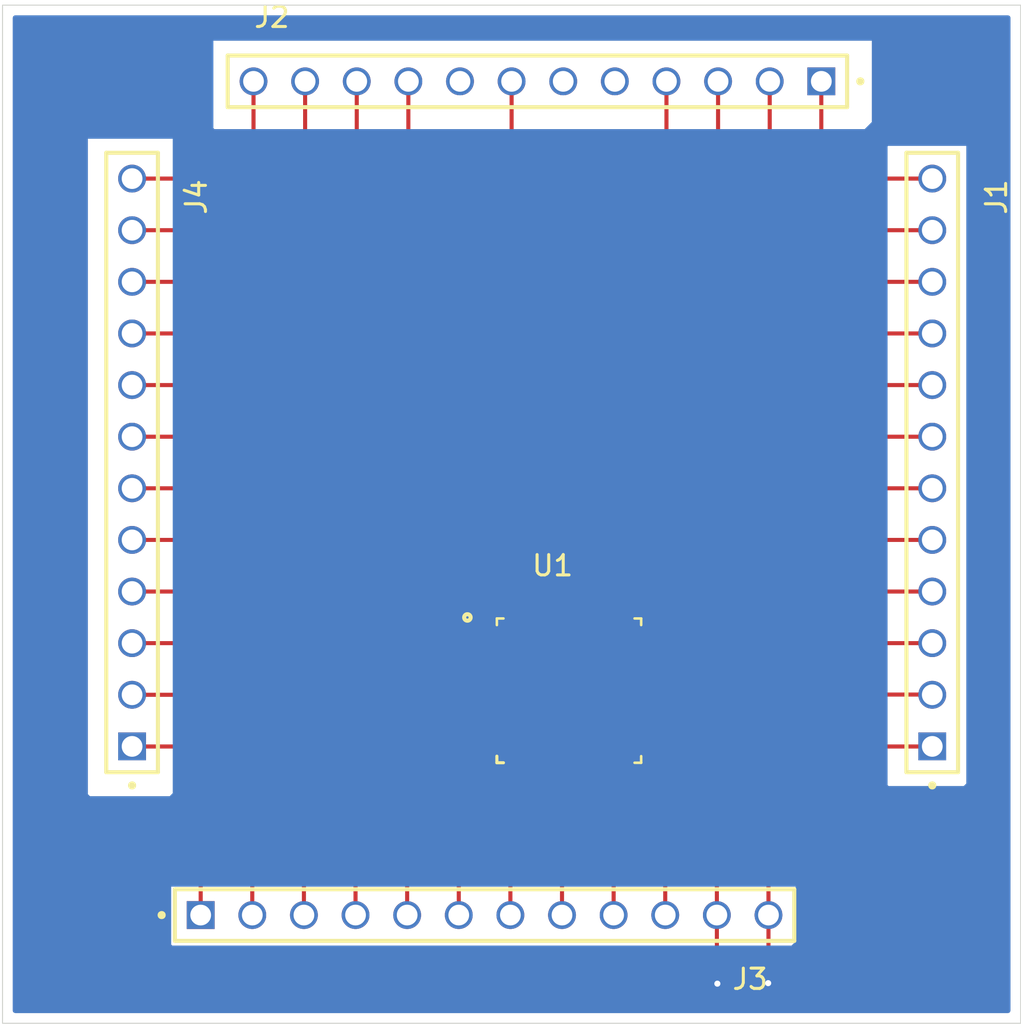
<source format=kicad_pcb>
(kicad_pcb (version 20240108) (generator "pcbnew") (generator_version "8.0")
  (layers (0 "F.Cu" signal) (31 "B.Cu" signal) (34 "B.Paste" user) (35 "F.Paste" user) (36 "B.SilkS" user "B.Silkscreen") (37 "F.SilkS" user "F.Silkscreen") (38 "B.Mask" user) (39 "F.Mask" user) (44 "Edge.Cuts" user))
  (net 0 "")
  (net 1 "Net-(U1-S17)")
  (net 2 "Net-(U1-A3)")
  (net 3 "Net-(U1-D)")
  (net 4 "Net-(U1-S2)")
  (net 5 "Net-(U1-S11)")
  (net 6 "Net-(U1-S20)")
  (net 7 "Net-(U1-A4)")
  (net 8 "Net-(U1-S24)")
  (net 9 "Net-(U1-S29)")
  (net 10 "Net-(J3-Pad01)")
  (net 11 "Net-(U1-S6)")
  (net 12 "Net-(U1-S30)")
  (net 13 "Net-(U1-S21)")
  (net 14 "Net-(U1-S13)")
  (net 15 "Net-(U1-S1)")
  (net 16 "Net-(U1-S19)")
  (net 17 "Net-(U1-S4)")
  (net 18 "GND")
  (net 19 "Net-(U1-S7)")
  (net 20 "Net-(U1-A0)")
  (net 21 "Net-(U1-S14)")
  (net 22 "Net-(U1-S12)")
  (net 23 "Net-(U1-S25)")
  (net 24 "Net-(U1-S26)")
  (net 25 "Net-(U1-S27)")
  (net 26 "Net-(U1-S15)")
  (net 27 "Net-(U1-~{EN})")
  (net 28 "Net-(U1-S22)")
  (net 29 "Net-(U1-S10)")
  (net 30 "Net-(U1-A2)")
  (net 31 "Net-(U1-S28)")
  (net 32 "Net-(U1-S5)")
  (net 33 "Net-(U1-A1)")
  (net 34 "Net-(U1-S16)")
  (net 35 "Net-(U1-S8)")
  (net 36 "Net-(U1-S3)")
  (net 37 "Net-(U1-~{CS})")
  (net 38 "Net-(U1-~{WR})")
  (net 39 "Net-(U1-S23)")
  (net 40 "Net-(U1-S18)")
  (net 41 "Net-(U1-S31)")
  (net 42 "Net-(U1-S9)")
  (net 46 "Net-(U1-S32)")
  (footprint "MTSW-112-X-X-S-X:SAMTEC_MTSW-112-X-X-S-X" (layer "F.Cu") (at 159.425 79.08 -90)
    (property "Reference" "J1" (at -13.065 -3.155 90) (layer "F.SilkS"))
    (property "Value" "MTSW-112-X-X-S-X")
    (fp_line (start -15.24 1.27) (end -15.24 -1.27) (stroke (width 0.2)) (layer "F.SilkS"))
    (fp_line (start 15.24 1.27) (end -15.24 1.27) (stroke (width 0.2)) (layer "F.SilkS"))
    (fp_line (start 15.24 -1.27) (end 15.24 1.27) (stroke (width 0.2)) (layer "F.SilkS"))
    (fp_line (start 15.24 -1.27) (end -15.24 -1.27) (stroke (width 0.2)) (layer "F.SilkS"))
    (fp_circle (center 15.89 0) (end 15.99 0) (stroke (width 0.2)) (fill none) (layer "F.SilkS"))
    (pad "01" thru_hole rect (at 13.97 0 270) (size 1.37 1.37) (drill 1.02) (layers "*.Cu" "*.Mask") (net 1 "Net-(U1-S17)"))
    (pad "02" thru_hole circle (at 11.43 0 270) (size 1.37 1.37) (drill 1.02) (layers "*.Cu" "*.Mask") (net 40 "Net-(U1-S18)"))
    (pad "03" thru_hole circle (at 8.89 0 270) (size 1.37 1.37) (drill 1.02) (layers "*.Cu" "*.Mask") (net 16 "Net-(U1-S19)"))
    (pad "04" thru_hole circle (at 6.35 0 270) (size 1.37 1.37) (drill 1.02) (layers "*.Cu" "*.Mask") (net 6 "Net-(U1-S20)"))
    (pad "05" thru_hole circle (at 3.81 0 270) (size 1.37 1.37) (drill 1.02) (layers "*.Cu" "*.Mask") (net 13 "Net-(U1-S21)"))
    (pad "06" thru_hole circle (at 1.27 0 270) (size 1.37 1.37) (drill 1.02) (layers "*.Cu" "*.Mask") (net 28 "Net-(U1-S22)"))
    (pad "07" thru_hole circle (at -1.27 0 270) (size 1.37 1.37) (drill 1.02) (layers "*.Cu" "*.Mask") (net 39 "Net-(U1-S23)"))
    (pad "08" thru_hole circle (at -3.81 0 270) (size 1.37 1.37) (drill 1.02) (layers "*.Cu" "*.Mask") (net 8 "Net-(U1-S24)"))
    (pad "09" thru_hole circle (at -6.35 0 270) (size 1.37 1.37) (drill 1.02) (layers "*.Cu" "*.Mask") (net 23 "Net-(U1-S25)"))
    (pad "10" thru_hole circle (at -8.89 0 270) (size 1.37 1.37) (drill 1.02) (layers "*.Cu" "*.Mask") (net 24 "Net-(U1-S26)"))
    (pad "11" thru_hole circle (at -11.43 0 270) (size 1.37 1.37) (drill 1.02) (layers "*.Cu" "*.Mask") (net 25 "Net-(U1-S27)"))
    (pad "12" thru_hole circle (at -13.97 0 270) (size 1.37 1.37) (drill 1.02) (layers "*.Cu" "*.Mask") (net 31 "Net-(U1-S28)"))
  )
  (footprint "ADG732BSUZ:QFP50P900X900X120-49N" (layer "F.Cu") (at 141.55 90.305)
    (property "Reference" "U1" (at -0.80868 -6.14793 0) (layer "F.SilkS"))
    (property "Value" "ADG732BSUZ")
    (fp_line (start -3.55 -3.55) (end -3.55 -3.2258) (stroke (width 0.127)) (layer "F.SilkS"))
    (fp_line (start -3.55 3.2258) (end -3.55 3.55) (stroke (width 0.1524)) (layer "F.SilkS"))
    (fp_line (start -3.55 3.55) (end -3.2258 3.55) (stroke (width 0.1524)) (layer "F.SilkS"))
    (fp_line (start -3.2258 -3.55) (end -3.55 -3.55) (stroke (width 0.127)) (layer "F.SilkS"))
    (fp_line (start 3.2258 3.55) (end 3.55 3.55) (stroke (width 0.127)) (layer "F.SilkS"))
    (fp_line (start 3.55 -3.55) (end 3.2258 -3.55) (stroke (width 0.127)) (layer "F.SilkS"))
    (fp_line (start 3.55 -3.2258) (end 3.55 -3.55) (stroke (width 0.127)) (layer "F.SilkS"))
    (fp_line (start 3.55 3.55) (end 3.55 3.2258) (stroke (width 0.127)) (layer "F.SilkS"))
    (fp_circle (center -5 -3.6) (end -4.84 -3.6) (stroke (width 0.2)) (fill none) (layer "F.SilkS"))
    (pad "1" smd roundrect (at -4.17 -2.75) (size 1.49 0.28) (layers "F.Cu" "F.Paste" "F.Mask") (net 22 "Net-(U1-S12)"))
    (pad "2" smd roundrect (at -4.17 -2.25) (size 1.49 0.28) (layers "F.Cu" "F.Paste" "F.Mask") (net 5 "Net-(U1-S11)"))
    (pad "3" smd roundrect (at -4.17 -1.75) (size 1.49 0.28) (layers "F.Cu" "F.Paste" "F.Mask") (net 29 "Net-(U1-S10)"))
    (pad "4" smd roundrect (at -4.17 -1.25) (size 1.49 0.28) (layers "F.Cu" "F.Paste" "F.Mask") (net 42 "Net-(U1-S9)"))
    (pad "5" smd roundrect (at -4.17 -0.75) (size 1.49 0.28) (layers "F.Cu" "F.Paste" "F.Mask") (net 35 "Net-(U1-S8)"))
    (pad "6" smd roundrect (at -4.17 -0.25) (size 1.49 0.28) (layers "F.Cu" "F.Paste" "F.Mask") (net 19 "Net-(U1-S7)"))
    (pad "7" smd roundrect (at -4.17 0.25) (size 1.49 0.28) (layers "F.Cu" "F.Paste" "F.Mask") (net 11 "Net-(U1-S6)"))
    (pad "8" smd roundrect (at -4.17 0.75) (size 1.49 0.28) (layers "F.Cu" "F.Paste" "F.Mask") (net 32 "Net-(U1-S5)"))
    (pad "9" smd roundrect (at -4.17 1.25) (size 1.49 0.28) (layers "F.Cu" "F.Paste" "F.Mask") (net 17 "Net-(U1-S4)"))
    (pad "10" smd roundrect (at -4.17 1.75) (size 1.49 0.28) (layers "F.Cu" "F.Paste" "F.Mask") (net 36 "Net-(U1-S3)"))
    (pad "11" smd roundrect (at -4.17 2.25) (size 1.49 0.28) (layers "F.Cu" "F.Paste" "F.Mask") (net 4 "Net-(U1-S2)"))
    (pad "12" smd roundrect (at -4.17 2.75) (size 1.49 0.28) (layers "F.Cu" "F.Paste" "F.Mask") (net 15 "Net-(U1-S1)"))
    (pad "13" smd roundrect (at -2.75 4.17) (size 0.28 1.49) (layers "F.Cu" "F.Paste" "F.Mask") (net 10 "Net-(J3-Pad01)"))
    (pad "14" smd roundrect (at -2.25 4.17) (size 0.28 1.49) (layers "F.Cu" "F.Paste" "F.Mask") (net 10 "Net-(J3-Pad01)"))
    (pad "15" smd roundrect (at -1.75 4.17) (size 0.28 1.49) (layers "F.Cu" "F.Paste" "F.Mask") (net 20 "Net-(U1-A0)"))
    (pad "16" smd roundrect (at -1.25 4.17) (size 0.28 1.49) (layers "F.Cu" "F.Paste" "F.Mask") (net 33 "Net-(U1-A1)"))
    (pad "17" smd roundrect (at -0.75 4.17) (size 0.28 1.49) (layers "F.Cu" "F.Paste" "F.Mask") (net 30 "Net-(U1-A2)"))
    (pad "18" smd roundrect (at -0.25 4.17) (size 0.28 1.49) (layers "F.Cu" "F.Paste" "F.Mask") (net 2 "Net-(U1-A3)"))
    (pad "19" smd roundrect (at 0.25 4.17) (size 0.28 1.49) (layers "F.Cu" "F.Paste" "F.Mask") (net 7 "Net-(U1-A4)"))
    (pad "20" smd roundrect (at 0.75 4.17) (size 0.28 1.49) (layers "F.Cu" "F.Paste" "F.Mask") (net 37 "Net-(U1-~{CS})"))
    (pad "21" smd roundrect (at 1.25 4.17) (size 0.28 1.49) (layers "F.Cu" "F.Paste" "F.Mask") (net 38 "Net-(U1-~{WR})"))
    (pad "22" smd roundrect (at 1.75 4.17) (size 0.28 1.49) (layers "F.Cu" "F.Paste" "F.Mask") (net 27 "Net-(U1-~{EN})"))
    (pad "23" smd roundrect (at 2.25 4.17) (size 0.28 1.49) (layers "F.Cu" "F.Paste" "F.Mask") (net 18 "GND"))
    (pad "24" smd roundrect (at 2.75 4.17) (size 0.28 1.49) (layers "F.Cu" "F.Paste" "F.Mask") (net 18 "GND"))
    (pad "25" smd roundrect (at 4.17 2.75) (size 1.49 0.28) (layers "F.Cu" "F.Paste" "F.Mask") (net 1 "Net-(U1-S17)"))
    (pad "26" smd roundrect (at 4.17 2.25) (size 1.49 0.28) (layers "F.Cu" "F.Paste" "F.Mask") (net 40 "Net-(U1-S18)"))
    (pad "27" smd roundrect (at 4.17 1.75) (size 1.49 0.28) (layers "F.Cu" "F.Paste" "F.Mask") (net 16 "Net-(U1-S19)"))
    (pad "28" smd roundrect (at 4.17 1.25) (size 1.49 0.28) (layers "F.Cu" "F.Paste" "F.Mask") (net 6 "Net-(U1-S20)"))
    (pad "29" smd roundrect (at 4.17 0.75) (size 1.49 0.28) (layers "F.Cu" "F.Paste" "F.Mask") (net 13 "Net-(U1-S21)"))
    (pad "30" smd roundrect (at 4.17 0.25) (size 1.49 0.28) (layers "F.Cu" "F.Paste" "F.Mask") (net 28 "Net-(U1-S22)"))
    (pad "31" smd roundrect (at 4.17 -0.25) (size 1.49 0.28) (layers "F.Cu" "F.Paste" "F.Mask") (net 39 "Net-(U1-S23)"))
    (pad "32" smd roundrect (at 4.17 -0.75) (size 1.49 0.28) (layers "F.Cu" "F.Paste" "F.Mask") (net 8 "Net-(U1-S24)"))
    (pad "33" smd roundrect (at 4.17 -1.25) (size 1.49 0.28) (layers "F.Cu" "F.Paste" "F.Mask") (net 23 "Net-(U1-S25)"))
    (pad "34" smd roundrect (at 4.17 -1.75) (size 1.49 0.28) (layers "F.Cu" "F.Paste" "F.Mask") (net 24 "Net-(U1-S26)"))
    (pad "35" smd roundrect (at 4.17 -2.25) (size 1.49 0.28) (layers "F.Cu" "F.Paste" "F.Mask") (net 25 "Net-(U1-S27)"))
    (pad "36" smd roundrect (at 4.17 -2.75) (size 1.49 0.28) (layers "F.Cu" "F.Paste" "F.Mask") (net 31 "Net-(U1-S28)"))
    (pad "37" smd roundrect (at 2.75 -4.17) (size 0.28 1.49) (layers "F.Cu" "F.Paste" "F.Mask") (net 9 "Net-(U1-S29)"))
    (pad "38" smd roundrect (at 2.25 -4.17) (size 0.28 1.49) (layers "F.Cu" "F.Paste" "F.Mask") (net 12 "Net-(U1-S30)"))
    (pad "39" smd roundrect (at 1.75 -4.17) (size 0.28 1.49) (layers "F.Cu" "F.Paste" "F.Mask") (net 41 "Net-(U1-S31)"))
    (pad "40" smd roundrect (at 1.25 -4.17) (size 0.28 1.49) (layers "F.Cu" "F.Paste" "F.Mask") (net 46 "Net-(U1-S32)"))
    (pad "41" smd roundrect (at 0.75 -4.17) (size 0.28 1.49) (layers "F.Cu" "F.Paste" "F.Mask"))
    (pad "42" smd roundrect (at 0.25 -4.17) (size 0.28 1.49) (layers "F.Cu" "F.Paste" "F.Mask"))
    (pad "43" smd roundrect (at -0.25 -4.17) (size 0.28 1.49) (layers "F.Cu" "F.Paste" "F.Mask") (net 3 "Net-(U1-D)"))
    (pad "44" smd roundrect (at -0.75 -4.17) (size 0.28 1.49) (layers "F.Cu" "F.Paste" "F.Mask"))
    (pad "45" smd roundrect (at -1.25 -4.17) (size 0.28 1.49) (layers "F.Cu" "F.Paste" "F.Mask") (net 34 "Net-(U1-S16)"))
    (pad "46" smd roundrect (at -1.75 -4.17) (size 0.28 1.49) (layers "F.Cu" "F.Paste" "F.Mask") (net 26 "Net-(U1-S15)"))
    (pad "47" smd roundrect (at -2.25 -4.17) (size 0.28 1.49) (layers "F.Cu" "F.Paste" "F.Mask") (net 21 "Net-(U1-S14)"))
    (pad "48" smd roundrect (at -2.75 -4.17) (size 0.28 1.49) (layers "F.Cu" "F.Paste" "F.Mask") (net 14 "Net-(U1-S13)"))
  )
  (footprint "MTSW-112-X-X-S-X:SAMTEC_MTSW-112-X-X-S-X" (layer "F.Cu") (at 120.05 79.08 -90)
    (property "Reference" "J4" (at -13.065 -3.155 90) (layer "F.SilkS"))
    (property "Value" "MTSW-112-X-X-S-X")
    (fp_line (start -15.24 1.27) (end -15.24 -1.27) (stroke (width 0.2)) (layer "F.SilkS"))
    (fp_line (start 15.24 1.27) (end -15.24 1.27) (stroke (width 0.2)) (layer "F.SilkS"))
    (fp_line (start 15.24 -1.27) (end 15.24 1.27) (stroke (width 0.2)) (layer "F.SilkS"))
    (fp_line (start 15.24 -1.27) (end -15.24 -1.27) (stroke (width 0.2)) (layer "F.SilkS"))
    (fp_circle (center 15.89 0) (end 15.99 0) (stroke (width 0.2)) (fill none) (layer "F.SilkS"))
    (pad "01" thru_hole rect (at 13.97 0 270) (size 1.37 1.37) (drill 1.02) (layers "*.Cu" "*.Mask") (net 15 "Net-(U1-S1)"))
    (pad "02" thru_hole circle (at 11.43 0 270) (size 1.37 1.37) (drill 1.02) (layers "*.Cu" "*.Mask") (net 4 "Net-(U1-S2)"))
    (pad "03" thru_hole circle (at 8.89 0 270) (size 1.37 1.37) (drill 1.02) (layers "*.Cu" "*.Mask") (net 36 "Net-(U1-S3)"))
    (pad "04" thru_hole circle (at 6.35 0 270) (size 1.37 1.37) (drill 1.02) (layers "*.Cu" "*.Mask") (net 17 "Net-(U1-S4)"))
    (pad "05" thru_hole circle (at 3.81 0 270) (size 1.37 1.37) (drill 1.02) (layers "*.Cu" "*.Mask") (net 32 "Net-(U1-S5)"))
    (pad "06" thru_hole circle (at 1.27 0 270) (size 1.37 1.37) (drill 1.02) (layers "*.Cu" "*.Mask") (net 11 "Net-(U1-S6)"))
    (pad "07" thru_hole circle (at -1.27 0 270) (size 1.37 1.37) (drill 1.02) (layers "*.Cu" "*.Mask") (net 19 "Net-(U1-S7)"))
    (pad "08" thru_hole circle (at -3.81 0 270) (size 1.37 1.37) (drill 1.02) (layers "*.Cu" "*.Mask") (net 35 "Net-(U1-S8)"))
    (pad "09" thru_hole circle (at -6.35 0 270) (size 1.37 1.37) (drill 1.02) (layers "*.Cu" "*.Mask") (net 42 "Net-(U1-S9)"))
    (pad "10" thru_hole circle (at -8.89 0 270) (size 1.37 1.37) (drill 1.02) (layers "*.Cu" "*.Mask") (net 29 "Net-(U1-S10)"))
    (pad "11" thru_hole circle (at -11.43 0 270) (size 1.37 1.37) (drill 1.02) (layers "*.Cu" "*.Mask") (net 5 "Net-(U1-S11)"))
    (pad "12" thru_hole circle (at -13.97 0 270) (size 1.37 1.37) (drill 1.02) (layers "*.Cu" "*.Mask") (net 22 "Net-(U1-S12)"))
  )
  (footprint "MTSW-112-X-X-S-X:SAMTEC_MTSW-112-X-X-S-X" (layer "F.Cu") (at 139.995 60.325)
    (property "Reference" "J2" (at -13.065 -3.155 0) (layer "F.SilkS"))
    (property "Value" "MTSW-112-X-X-S-X")
    (fp_line (start -15.24 1.27) (end -15.24 -1.27) (stroke (width 0.2)) (layer "F.SilkS"))
    (fp_line (start 15.24 -1.27) (end -15.24 -1.27) (stroke (width 0.2)) (layer "F.SilkS"))
    (fp_line (start 15.24 -1.27) (end 15.24 1.27) (stroke (width 0.2)) (layer "F.SilkS"))
    (fp_line (start 15.24 1.27) (end -15.24 1.27) (stroke (width 0.2)) (layer "F.SilkS"))
    (fp_circle (center 15.89 0) (end 15.99 0) (stroke (width 0.2)) (fill none) (layer "F.SilkS"))
    (pad "01" thru_hole rect (at 13.97 0) (size 1.37 1.37) (drill 1.02) (layers "*.Cu" "*.Mask") (net 9 "Net-(U1-S29)"))
    (pad "02" thru_hole circle (at 11.43 0) (size 1.37 1.37) (drill 1.02) (layers "*.Cu" "*.Mask") (net 12 "Net-(U1-S30)"))
    (pad "03" thru_hole circle (at 8.89 0) (size 1.37 1.37) (drill 1.02) (layers "*.Cu" "*.Mask") (net 41 "Net-(U1-S31)"))
    (pad "04" thru_hole circle (at 6.35 0) (size 1.37 1.37) (drill 1.02) (layers "*.Cu" "*.Mask") (net 46 "Net-(U1-S32)"))
    (pad "05" thru_hole circle (at 3.81 0) (size 1.37 1.37) (drill 1.02) (layers "*.Cu" "*.Mask"))
    (pad "06" thru_hole circle (at 1.27 0) (size 1.37 1.37) (drill 1.02) (layers "*.Cu" "*.Mask"))
    (pad "07" thru_hole circle (at -1.27 0) (size 1.37 1.37) (drill 1.02) (layers "*.Cu" "*.Mask") (net 3 "Net-(U1-D)"))
    (pad "08" thru_hole circle (at -3.81 0) (size 1.37 1.37) (drill 1.02) (layers "*.Cu" "*.Mask"))
    (pad "09" thru_hole circle (at -6.35 0) (size 1.37 1.37) (drill 1.02) (layers "*.Cu" "*.Mask") (net 34 "Net-(U1-S16)"))
    (pad "10" thru_hole circle (at -8.89 0) (size 1.37 1.37) (drill 1.02) (layers "*.Cu" "*.Mask") (net 26 "Net-(U1-S15)"))
    (pad "11" thru_hole circle (at -11.43 0) (size 1.37 1.37) (drill 1.02) (layers "*.Cu" "*.Mask") (net 21 "Net-(U1-S14)"))
    (pad "12" thru_hole circle (at -13.97 0) (size 1.37 1.37) (drill 1.02) (layers "*.Cu" "*.Mask") (net 14 "Net-(U1-S13)"))
  )
  (footprint "MTSW-112-X-X-S-X:SAMTEC_MTSW-112-X-X-S-X" (layer "F.Cu") (at 137.395 101.35 180)
    (property "Reference" "J3" (at -13.065 -3.155 0) (layer "F.SilkS"))
    (property "Value" "MTSW-112-X-X-S-X")
    (fp_line (start 15.24 1.27) (end -15.24 1.27) (stroke (width 0.2)) (layer "F.SilkS"))
    (fp_line (start 15.24 -1.27) (end 15.24 1.27) (stroke (width 0.2)) (layer "F.SilkS"))
    (fp_line (start 15.24 -1.27) (end -15.24 -1.27) (stroke (width 0.2)) (layer "F.SilkS"))
    (fp_line (start -15.24 1.27) (end -15.24 -1.27) (stroke (width 0.2)) (layer "F.SilkS"))
    (fp_circle (center 15.89 0) (end 15.99 0) (stroke (width 0.2)) (fill none) (layer "F.SilkS"))
    (pad "01" thru_hole rect (at 13.97 0 180) (size 1.37 1.37) (drill 1.02) (layers "*.Cu" "*.Mask") (net 10 "Net-(J3-Pad01)"))
    (pad "02" thru_hole circle (at 11.43 0 180) (size 1.37 1.37) (drill 1.02) (layers "*.Cu" "*.Mask") (net 10 "Net-(J3-Pad01)"))
    (pad "03" thru_hole circle (at 8.89 0 180) (size 1.37 1.37) (drill 1.02) (layers "*.Cu" "*.Mask") (net 20 "Net-(U1-A0)"))
    (pad "04" thru_hole circle (at 6.35 0 180) (size 1.37 1.37) (drill 1.02) (layers "*.Cu" "*.Mask") (net 33 "Net-(U1-A1)"))
    (pad "05" thru_hole circle (at 3.81 0 180) (size 1.37 1.37) (drill 1.02) (layers "*.Cu" "*.Mask") (net 30 "Net-(U1-A2)"))
    (pad "06" thru_hole circle (at 1.27 0 180) (size 1.37 1.37) (drill 1.02) (layers "*.Cu" "*.Mask") (net 2 "Net-(U1-A3)"))
    (pad "07" thru_hole circle (at -1.27 0 180) (size 1.37 1.37) (drill 1.02) (layers "*.Cu" "*.Mask") (net 7 "Net-(U1-A4)"))
    (pad "08" thru_hole circle (at -3.81 0 180) (size 1.37 1.37) (drill 1.02) (layers "*.Cu" "*.Mask") (net 37 "Net-(U1-~{CS})"))
    (pad "09" thru_hole circle (at -6.35 0 180) (size 1.37 1.37) (drill 1.02) (layers "*.Cu" "*.Mask") (net 38 "Net-(U1-~{WR})"))
    (pad "10" thru_hole circle (at -8.89 0 180) (size 1.37 1.37) (drill 1.02) (layers "*.Cu" "*.Mask") (net 27 "Net-(U1-~{EN})"))
    (pad "11" thru_hole circle (at -11.43 0 180) (size 1.37 1.37) (drill 1.02) (layers "*.Cu" "*.Mask") (net 18 "GND"))
    (pad "12" thru_hole circle (at -13.97 0 180) (size 1.37 1.37) (drill 1.02) (layers "*.Cu" "*.Mask") (net 18 "GND"))
  )
  (gr_rect (start 113.675 56.575) (end 163.775 106.675) (stroke (width 0.05)) (fill none) (layer "Edge.Cuts"))
  (segment (start 145.72 93.055) (end 159.42 93.055) (width 0.2) (layer "F.Cu") (net 1))
  (segment (start 141.3 96.5) (end 141.3 94.475) (width 0.2) (layer "F.Cu") (net 2))
  (segment (start 136.125 101.35) (end 136.125 99.05) (width 0.2) (layer "F.Cu") (net 2))
  (segment (start 136.125 99.05) (end 138.75 99.05) (width 0.2) (layer "F.Cu") (net 2))
  (segment (start 138.75 99.05) (end 141.3 96.5) (width 0.2) (layer "F.Cu") (net 2))
  (segment (start 138.725 68.05) (end 138.725 60.325) (width 0.2) (layer "F.Cu") (net 3))
  (segment (start 141.3 70.625) (end 138.725 68.05) (width 0.2) (layer "F.Cu") (net 3))
  (segment (start 141.3 86.135) (end 141.3 70.625) (width 0.2) (layer "F.Cu") (net 3))
  (segment (start 137.38 92.555) (end 124.855 92.555) (width 0.2) (layer "F.Cu") (net 4))
  (segment (start 122.74 90.51) (end 120.05 90.51) (width 0.2) (layer "F.Cu") (net 4))
  (segment (start 122.775 90.475) (end 122.74 90.51) (width 0.2) (layer "F.Cu") (net 4))
  (segment (start 124.855 92.555) (end 122.775 90.475) (width 0.2) (layer "F.Cu") (net 4))
  (segment (start 137.38 88.055) (end 135.93 88.055) (width 0.2) (layer "F.Cu") (net 5))
  (segment (start 130.35 75.225) (end 122.775 67.65) (width 0.2) (layer "F.Cu") (net 5))
  (segment (start 130.35 82.475) (end 130.35 75.225) (width 0.2) (layer "F.Cu") (net 5))
  (segment (start 122.775 67.65) (end 120.05 67.65) (width 0.2) (layer "F.Cu") (net 5))
  (segment (start 135.93 88.055) (end 130.35 82.475) (width 0.2) (layer "F.Cu") (net 5))
  (segment (start 150.945 91.555) (end 145.72 91.555) (width 0.2) (layer "F.Cu") (net 6))
  (segment (start 157.07 85.43) (end 150.945 91.555) (width 0.2) (layer "F.Cu") (net 6))
  (segment (start 159.425 85.43) (end 157.07 85.43) (width 0.2) (layer "F.Cu") (net 6))
  (segment (start 141.8 96.675) (end 141.8 94.475) (width 0.2) (layer "F.Cu") (net 7))
  (segment (start 138.665 101.35) (end 138.665 99.81) (width 0.2) (layer "F.Cu") (net 7))
  (segment (start 138.665 99.81) (end 141.8 96.675) (width 0.2) (layer "F.Cu") (net 7))
  (segment (start 152.875 85.025) (end 152.875 78.25) (width 0.2) (layer "F.Cu") (net 8))
  (segment (start 148.345 89.555) (end 152.875 85.025) (width 0.2) (layer "F.Cu") (net 8))
  (segment (start 145.72 89.555) (end 148.345 89.555) (width 0.2) (layer "F.Cu") (net 8))
  (segment (start 152.875 78.25) (end 155.855 75.27) (width 0.2) (layer "F.Cu") (net 8))
  (segment (start 155.855 75.27) (end 159.425 75.27) (width 0.2) (layer "F.Cu") (net 8))
  (segment (start 153.965 63.185) (end 144.3 72.85) (width 0.2) (layer "F.Cu") (net 9))
  (segment (start 144.3 72.85) (end 144.3 86.135) (width 0.2) (layer "F.Cu") (net 9))
  (segment (start 153.965 60.325) (end 153.965 63.185) (width 0.2) (layer "F.Cu") (net 9))
  (segment (start 125.975 96.95) (end 123.425 96.95) (width 0.2) (layer "F.Cu") (net 10))
  (segment (start 137.55 96.95) (end 138.225 96.95) (width 0.2) (layer "F.Cu") (net 10))
  (segment (start 125.965 96.96) (end 125.965 101.35) (width 0.2) (layer "F.Cu") (net 10))
  (segment (start 137.55 96.95) (end 125.975 96.95) (width 0.2) (layer "F.Cu") (net 10))
  (segment (start 123.425 96.95) (end 123.425 101.35) (width 0.2) (layer "F.Cu") (net 10))
  (segment (start 138.225 96.95) (end 139.3 95.875) (width 0.2) (layer "F.Cu") (net 10))
  (segment (start 138.8 94.475) (end 138.8 95.7) (width 0.2) (layer "F.Cu") (net 10))
  (segment (start 125.975 96.95) (end 125.965 96.96) (width 0.2) (layer "F.Cu") (net 10))
  (segment (start 138.8 95.7) (end 137.55 96.95) (width 0.2) (layer "F.Cu") (net 10))
  (segment (start 139.3 94.475) (end 139.3 95.875) (width 0.2) (layer "F.Cu") (net 10))
  (segment (start 120.05 80.35) (end 123.05 80.35) (width 0.2) (layer "F.Cu") (net 11))
  (segment (start 131.78 90.555) (end 123.825 82.6) (width 0.2) (layer "F.Cu") (net 11))
  (segment (start 123.05 80.35) (end 123.825 81.125) (width 0.2) (layer "F.Cu") (net 11))
  (segment (start 123.825 81.125) (end 123.825 82.6) (width 0.2) (layer "F.Cu") (net 11))
  (segment (start 137.38 90.555) (end 131.78 90.555) (width 0.2) (layer "F.Cu") (net 11))
  (segment (start 143.8 71.2) (end 143.8 86.135) (width 0.2) (layer "F.Cu") (net 12))
  (segment (start 151.425 60.325) (end 151.425 63.475) (width 0.2) (layer "F.Cu") (net 12))
  (segment (start 151.475 63.525) (end 143.8 71.2) (width 0.2) (layer "F.Cu") (net 12))
  (segment (start 151.425 63.475) (end 151.475 63.525) (width 0.2) (layer "F.Cu") (net 12))
  (segment (start 145.72 91.055) (end 149.97 91.055) (width 0.2) (layer "F.Cu") (net 13))
  (segment (start 149.97 91.055) (end 156.275 84.75) (width 0.2) (layer "F.Cu") (net 13))
  (segment (start 156.275 84.75) (end 156.275 82.975) (width 0.2) (layer "F.Cu") (net 13))
  (segment (start 156.275 82.975) (end 156.36 82.89) (width 0.2) (layer "F.Cu") (net 13))
  (segment (start 156.36 82.89) (end 159.425 82.89) (width 0.2) (layer "F.Cu") (net 13))
  (segment (start 138.8 86.135) (end 138.8 76.275) (width 0.2) (layer "F.Cu") (net 14))
  (segment (start 138.8 76.275) (end 126.025 63.5) (width 0.2) (layer "F.Cu") (net 14))
  (segment (start 126.025 63.5) (end 126.025 60.925) (width 0.2) (layer "F.Cu") (net 14))
  (segment (start 120.055 93.055) (end 120.05 93.05) (width 0.2) (layer "F.Cu") (net 15))
  (segment (start 137.38 93.055) (end 120.055 93.055) (width 0.2) (layer "F.Cu") (net 15))
  (segment (start 152.8 92.05) (end 152.795 92.055) (width 0.2) (layer "F.Cu") (net 16))
  (segment (start 157.03 87.97) (end 152.95 92.05) (width 0.2) (layer "F.Cu") (net 16))
  (segment (start 152.95 92.05) (end 152.8 92.05) (width 0.2) (layer "F.Cu") (net 16))
  (segment (start 159.425 87.97) (end 157.03 87.97) (width 0.2) (layer "F.Cu") (net 16))
  (segment (start 152.795 92.055) (end 145.72 92.055) (width 0.2) (layer "F.Cu") (net 16))
  (segment (start 137.38 91.555) (end 128.255 91.555) (width 0.2) (layer "F.Cu") (net 17))
  (segment (start 122.13 85.43) (end 120.05 85.43) (width 0.2) (layer "F.Cu") (net 17))
  (segment (start 128.255 91.555) (end 122.13 85.43) (width 0.2) (layer "F.Cu") (net 17))
  (segment (start 151.365 101.35) (end 151.365 104.685) (width 0.2) (layer "F.Cu") (net 18))
  (segment (start 148 98.625) (end 148.825 99.45) (width 0.2) (layer "F.Cu") (net 18))
  (segment (start 151.365 104.685) (end 151.35 104.7) (width 0.2) (layer "F.Cu") (net 18))
  (segment (start 143.8 95.9) (end 146.525 98.625) (width 0.2) (layer "F.Cu") (net 18))
  (segment (start 144.3 94.475) (end 144.3 95.375) (width 0.2) (layer "F.Cu") (net 18))
  (segment (start 151.365 98.76) (end 151.365 101.35) (width 0.2) (layer "F.Cu") (net 18))
  (segment (start 148.825 99.45) (end 148.825 101.35) (width 0.2) (layer "F.Cu") (net 18))
  (segment (start 148.825 104.7) (end 148.85 104.725) (width 0.2) (layer "F.Cu") (net 18))
  (segment (start 151.375 98.75) (end 151.365 98.76) (width 0.2) (layer "F.Cu") (net 18))
  (segment (start 143.8 94.475) (end 143.8 95.9) (width 0.2) (layer "F.Cu") (net 18))
  (segment (start 144.3 95.375) (end 146.825 97.9) (width 0.2) (layer "F.Cu") (net 18))
  (segment (start 148.825 101.35) (end 148.825 104.7) (width 0.2) (layer "F.Cu") (net 18))
  (segment (start 146.525 98.625) (end 148 98.625) (width 0.2) (layer "F.Cu") (net 18))
  (segment (start 146.825 97.9) (end 150.525 97.9) (width 0.2) (layer "F.Cu") (net 18))
  (segment (start 150.525 97.9) (end 151.375 98.75) (width 0.2) (layer "F.Cu") (net 18))
  (via (at 151.35 104.7) (size 0.6) (drill 0.3) (layers "F.Cu" "B.Cu") (net 18))
  (via (at 148.85 104.725) (size 0.6) (drill 0.3) (layers "F.Cu" "B.Cu") (net 18))
  (segment (start 125.4 82.575) (end 132.88 90.055) (width 0.2) (layer "F.Cu") (net 19))
  (segment (start 122.935 77.81) (end 125.4 80.275) (width 0.2) (layer "F.Cu") (net 19))
  (segment (start 125.4 80.275) (end 125.4 82.575) (width 0.2) (layer "F.Cu") (net 19))
  (segment (start 132.88 90.055) (end 137.38 90.055) (width 0.2) (layer "F.Cu") (net 19))
  (segment (start 120.05 77.81) (end 122.935 77.81) (width 0.2) (layer "F.Cu") (net 19))
  (segment (start 128.505 97.83) (end 128.505 101.35) (width 0.2) (layer "F.Cu") (net 20))
  (segment (start 128.5 97.825) (end 128.505 97.83) (width 0.2) (layer "F.Cu") (net 20))
  (segment (start 139.8 96.05) (end 138.225 97.625) (width 0.2) (layer "F.Cu") (net 20))
  (segment (start 138.225 97.625) (end 128.5 97.625) (width 0.2) (layer "F.Cu") (net 20))
  (segment (start 128.5 97.625) (end 128.5 97.825) (width 0.2) (layer "F.Cu") (net 20))
  (segment (start 139.8 94.475) (end 139.8 96.05) (width 0.2) (layer "F.Cu") (net 20))
  (segment (start 139.3 86.135) (end 139.3 76.2) (width 0.2) (layer "F.Cu") (net 21))
  (segment (start 139.3 76.2) (end 128.565 65.465) (width 0.2) (layer "F.Cu") (net 21))
  (segment (start 128.565 65.465) (end 128.565 60.325) (width 0.2) (layer "F.Cu") (net 21))
  (segment (start 131.15 73.4) (end 122.86 65.11) (width 0.2) (layer "F.Cu") (net 22))
  (segment (start 137.38 87.555) (end 136.43 87.555) (width 0.2) (layer "F.Cu") (net 22))
  (segment (start 136.43 87.555) (end 131.15 82.275) (width 0.2) (layer "F.Cu") (net 22))
  (segment (start 131.15 82.275) (end 131.15 73.4) (width 0.2) (layer "F.Cu") (net 22))
  (segment (start 122.86 65.11) (end 120.05 65.11) (width 0.2) (layer "F.Cu") (net 22))
  (segment (start 152.075 84.975) (end 152.075 76.35) (width 0.2) (layer "F.Cu") (net 23))
  (segment (start 155.675 72.75) (end 155.825 72.75) (width 0.2) (layer "F.Cu") (net 23))
  (segment (start 155.845 72.73) (end 159.425 72.73) (width 0.2) (layer "F.Cu") (net 23))
  (segment (start 152.075 76.35) (end 155.675 72.75) (width 0.2) (layer "F.Cu") (net 23))
  (segment (start 145.72 89.055) (end 147.995 89.055) (width 0.2) (layer "F.Cu") (net 23))
  (segment (start 155.825 72.75) (end 155.845 72.73) (width 0.2) (layer "F.Cu") (net 23))
  (segment (start 147.995 89.055) (end 152.075 84.975) (width 0.2) (layer "F.Cu") (net 23))
  (segment (start 145.72 88.555) (end 147.77 88.555) (width 0.2) (layer "F.Cu") (net 24))
  (segment (start 151.375 74.85) (end 156.035 70.19) (width 0.2) (layer "F.Cu") (net 24))
  (segment (start 156.035 70.19) (end 159.425 70.19) (width 0.2) (layer "F.Cu") (net 24))
  (segment (start 147.77 88.555) (end 151.375 84.95) (width 0.2) (layer "F.Cu") (net 24))
  (segment (start 151.375 84.95) (end 151.375 74.85) (width 0.2) (layer "F.Cu") (net 24))
  (segment (start 156.525 67.65) (end 159.425 67.65) (width 0.2) (layer "F.Cu") (net 25))
  (segment (start 150.575 73.6) (end 156.525 67.65) (width 0.2) (layer "F.Cu") (net 25))
  (segment (start 147.52 88.055) (end 150.575 85) (width 0.2) (layer "F.Cu") (net 25))
  (segment (start 150.575 85) (end 150.575 73.6) (width 0.2) (layer "F.Cu") (net 25))
  (segment (start 145.72 88.055) (end 147.52 88.055) (width 0.2) (layer "F.Cu") (net 25))
  (segment (start 131.105 67.37) (end 139.8 76.065) (width 0.2) (layer "F.Cu") (net 26))
  (segment (start 139.8 76.065) (end 139.8 86.135) (width 0.2) (layer "F.Cu") (net 26))
  (segment (start 131.105 60.325) (end 131.105 67.37) (width 0.2) (layer "F.Cu") (net 26))
  (segment (start 146.3 99.375) (end 146.285 99.39) (width 0.2) (layer "F.Cu") (net 27))
  (segment (start 143.3 94.475) (end 143.3 96.375) (width 0.2) (layer "F.Cu") (net 27))
  (segment (start 143.3 96.375) (end 146.3 99.375) (width 0.2) (layer "F.Cu") (net 27))
  (segment (start 146.285 99.39) (end 146.285 101.35) (width 0.2) (layer "F.Cu") (net 27))
  (segment (start 149.395 90.555) (end 155.025 84.925) (width 0.2) (layer "F.Cu") (net 28))
  (segment (start 145.72 90.555) (end 149.395 90.555) (width 0.2) (layer "F.Cu") (net 28))
  (segment (start 155.025 84.925) (end 155.025 81.45) (width 0.2) (layer "F.Cu") (net 28))
  (segment (start 156.125 80.35) (end 159.425 80.35) (width 0.2) (layer "F.Cu") (net 28))
  (segment (start 155.025 81.45) (end 156.125 80.35) (width 0.2) (layer "F.Cu") (net 28))
  (segment (start 122.44 70.19) (end 129.35 77.1) (width 0.2) (layer "F.Cu") (net 29))
  (segment (start 135.43 88.555) (end 137.38 88.555) (width 0.2) (layer "F.Cu") (net 29))
  (segment (start 129.35 77.1) (end 129.35 82.475) (width 0.2) (layer "F.Cu") (net 29))
  (segment (start 129.35 82.475) (end 135.43 88.555) (width 0.2) (layer "F.Cu") (net 29))
  (segment (start 120.05 70.19) (end 122.44 70.19) (width 0.2) (layer "F.Cu") (net 29))
  (segment (start 138.659314 98.575) (end 133.6 98.575) (width 0.2) (layer "F.Cu") (net 30))
  (segment (start 140.8 94.475) (end 140.8 96.425) (width 0.2) (layer "F.Cu") (net 30))
  (segment (start 133.6 98.7) (end 133.585 98.715) (width 0.2) (layer "F.Cu") (net 30))
  (segment (start 140.8 96.425) (end 140.675 96.55) (width 0.2) (layer "F.Cu") (net 30))
  (segment (start 140.675 96.55) (end 140.675 96.559314) (width 0.2) (layer "F.Cu") (net 30))
  (segment (start 140.675 96.559314) (end 138.659314 98.575) (width 0.2) (layer "F.Cu") (net 30))
  (segment (start 133.585 98.715) (end 133.585 101.35) (width 0.2) (layer "F.Cu") (net 30))
  (segment (start 133.6 98.575) (end 133.6 98.7) (width 0.2) (layer "F.Cu") (net 30))
  (segment (start 156.065 65.11) (end 159.425 65.11) (width 0.2) (layer "F.Cu") (net 31))
  (segment (start 145.72 87.555) (end 147.145 87.555) (width 0.2) (layer "F.Cu") (net 31))
  (segment (start 149.85 71.325) (end 156.065 65.11) (width 0.2) (layer "F.Cu") (net 31))
  (segment (start 147.145 87.555) (end 149.85 84.85) (width 0.2) (layer "F.Cu") (net 31))
  (segment (start 149.85 84.85) (end 149.85 71.325) (width 0.2) (layer "F.Cu") (net 31))
  (segment (start 137.38 91.055) (end 130.505 91.055) (width 0.2) (layer "F.Cu") (net 32))
  (segment (start 122.35 82.9) (end 122.2 82.9) (width 0.2) (layer "F.Cu") (net 32))
  (segment (start 122.2 82.9) (end 122.19 82.89) (width 0.2) (layer "F.Cu") (net 32))
  (segment (start 122.19 82.89) (end 120.05 82.89) (width 0.2) (layer "F.Cu") (net 32))
  (segment (start 130.505 91.055) (end 122.35 82.9) (width 0.2) (layer "F.Cu") (net 32))
  (segment (start 138.425 98.05) (end 131.05 98.05) (width 0.2) (layer "F.Cu") (net 33))
  (segment (start 140.3 96.175) (end 138.425 98.05) (width 0.2) (layer "F.Cu") (net 33))
  (segment (start 131.045 98.055) (end 131.045 101.35) (width 0.2) (layer "F.Cu") (net 33))
  (segment (start 131.05 98.05) (end 131.045 98.055) (width 0.2) (layer "F.Cu") (net 33))
  (segment (start 140.3 94.475) (end 140.3 96.175) (width 0.2) (layer "F.Cu") (net 33))
  (segment (start 140.3 75.95) (end 133.645 69.295) (width 0.2) (layer "F.Cu") (net 34))
  (segment (start 133.645 69.295) (end 133.645 60.325) (width 0.2) (layer "F.Cu") (net 34))
  (segment (start 140.3 86.135) (end 140.3 75.95) (width 0.2) (layer "F.Cu") (net 34))
  (segment (start 122.87 75.27) (end 126.925 79.325) (width 0.2) (layer "F.Cu") (net 35))
  (segment (start 133.955 89.555) (end 137.38 89.555) (width 0.2) (layer "F.Cu") (net 35))
  (segment (start 126.925 82.525) (end 133.955 89.555) (width 0.2) (layer "F.Cu") (net 35))
  (segment (start 126.925 79.325) (end 126.925 82.525) (width 0.2) (layer "F.Cu") (net 35))
  (segment (start 120.05 75.27) (end 122.87 75.27) (width 0.2) (layer "F.Cu") (net 35))
  (segment (start 122.17 87.97) (end 120.05 87.97) (width 0.2) (layer "F.Cu") (net 36))
  (segment (start 137.38 92.055) (end 126.255 92.055) (width 0.2) (layer "F.Cu") (net 36))
  (segment (start 126.255 92.055) (end 122.17 87.97) (width 0.2) (layer "F.Cu") (net 36))
  (segment (start 142.3 98.175) (end 142.3 94.475) (width 0.2) (layer "F.Cu") (net 37))
  (segment (start 141.205 99.27) (end 142.3 98.175) (width 0.2) (layer "F.Cu") (net 37))
  (segment (start 141.205 101.35) (end 141.205 99.27) (width 0.2) (layer "F.Cu") (net 37))
  (segment (start 143.745 99.145) (end 142.825 98.225) (width 0.2) (layer "F.Cu") (net 38))
  (segment (start 142.825 98.1) (end 142.8 98.075) (width 0.2) (layer "F.Cu") (net 38))
  (segment (start 143.745 101.35) (end 143.745 99.145) (width 0.2) (layer "F.Cu") (net 38))
  (segment (start 142.8 98.075) (end 142.8 94.475) (width 0.2) (layer "F.Cu") (net 38))
  (segment (start 142.825 98.225) (end 142.825 98.1) (width 0.2) (layer "F.Cu") (net 38))
  (segment (start 145.72 90.055) (end 149.02 90.055) (width 0.2) (layer "F.Cu") (net 39))
  (segment (start 155.7 77.8) (end 155.71 77.81) (width 0.2) (layer "F.Cu") (net 39))
  (segment (start 154.15 79.35) (end 155.7 77.8) (width 0.2) (layer "F.Cu") (net 39))
  (segment (start 154.15 84.925) (end 154.15 79.35) (width 0.2) (layer "F.Cu") (net 39))
  (segment (start 149.02 90.055) (end 154.15 84.925) (width 0.2) (layer "F.Cu") (net 39))
  (segment (start 155.71 77.81) (end 159.425 77.81) (width 0.2) (layer "F.Cu") (net 39))
  (segment (start 156.95 90.5) (end 159.415 90.5) (width 0.2) (layer "F.Cu") (net 40))
  (segment (start 145.72 92.555) (end 154.895 92.555) (width 0.2) (layer "F.Cu") (net 40))
  (segment (start 154.895 92.555) (end 156.95 90.5) (width 0.2) (layer "F.Cu") (net 40))
  (segment (start 159.415 90.5) (end 159.425 90.51) (width 0.2) (layer "F.Cu") (net 40))
  (segment (start 143.3 68.9) (end 143.3 86.135) (width 0.2) (layer "F.Cu") (net 41))
  (segment (start 148.885 60.325) (end 148.885 63.315) (width 0.2) (layer "F.Cu") (net 41))
  (segment (start 148.885 63.315) (end 143.3 68.9) (width 0.2) (layer "F.Cu") (net 41))
  (segment (start 135.03 89.055) (end 137.38 89.055) (width 0.2) (layer "F.Cu") (net 42))
  (segment (start 120.05 72.73) (end 122.355 72.73) (width 0.2) (layer "F.Cu") (net 42))
  (segment (start 128.2 82.225) (end 135.03 89.055) (width 0.2) (layer "F.Cu") (net 42))
  (segment (start 128.2 78.575) (end 128.2 82.225) (width 0.2) (layer "F.Cu") (net 42))
  (segment (start 122.355 72.73) (end 128.2 78.575) (width 0.2) (layer "F.Cu") (net 42))
  (segment (start 142.8 66.5) (end 142.8 86.135) (width 0.2) (layer "F.Cu") (net 46))
  (segment (start 146.345 62.955) (end 142.8 66.5) (width 0.2) (layer "F.Cu") (net 46))
  (segment (start 146.345 60.325) (end 146.345 62.955) (width 0.2) (layer "F.Cu") (net 46))
  (zone (net 10) (net_name "Net-(J3-Pad01)") (layer "F.Cu") (name "power fill") (priority 2) (connect_pads yes (clearance 0.25)) (min_thickness 0.25) (fill yes (thermal_gap 0.5) (thermal_bridge_width 0.5))
    (polygon (pts (xy 139.15 96.15) (xy 122.8 96.175) (xy 122.75 96.35) (xy 122.75 98.5) (xy 123.425 99.175) (xy 124.2 98.4) (xy 125.275 98.4) (xy 125.925 99.35) (xy 125.975 99.35) (xy 126.918103 98.406897) (xy 126.925 97) (xy 138.225 97.025)))
  )
  (zone (net 3) (net_name "Net-(U1-D)") (layer "F.Cu") (name "power fill") (priority 1) (connect_pads yes (clearance 0.25)) (min_thickness 0.25) (fill yes (thermal_gap 0.5) (thermal_bridge_width 0.5))
    (polygon (pts (xy 141.925 83.225) (xy 141.925 69.725) (xy 139.25 67.175) (xy 139.25 63.575) (xy 138.725 63.05) (xy 138.15 63.625) (xy 138.15 69.175) (xy 138.125 69.2) (xy 141.2 72.325) (xy 141.226954 83.923046)))
  )
  (zone (net 18) (net_name "GND") (layer "B.Cu") (connect_pads (clearance 0.5)) (min_thickness 0.25) (fill yes (thermal_gap 0.5) (thermal_bridge_width 0.5))
    (polygon (pts (xy 113.725 56.5) (xy 163.775 56.5) (xy 163.775 106.625) (xy 163.675 106.725) (xy 113.625 106.725) (xy 113.55 106.65) (xy 113.55 56.675)))
  )
  (zone (net 0) (net_name "") (layer "B.Cu") (connect_pads (clearance 0)) (min_thickness 0.25)
    (keepout (tracks not_allowed) (vias not_allowed) (pads not_allowed) (copperpour not_allowed) (footprints allowed))
    (fill (thermal_gap 0.5) (thermal_bridge_width 0.5))
    (polygon (pts (xy 156.45 58.325) (xy 156.45 62.325) (xy 156.1 62.675) (xy 124.1 62.675) (xy 124.05 62.625) (xy 124.05 58.325)))
  )
  (zone (net 0) (net_name "") (layer "B.Cu") (connect_pads (clearance 0)) (min_thickness 0.25)
    (keepout (tracks not_allowed) (vias not_allowed) (pads not_allowed) (copperpour not_allowed) (footprints allowed))
    (fill (thermal_gap 0.5) (thermal_bridge_width 0.5))
    (polygon (pts (xy 161.1 63.5) (xy 161.1 94.875) (xy 160.975 95) (xy 157.275 95) (xy 157.225 94.95) (xy 157.225 63.525) (xy 157.25 63.5)))
  )
  (zone (net 0) (net_name "") (layer "B.Cu") (connect_pads (clearance 0)) (min_thickness 0.25)
    (keepout (tracks not_allowed) (vias not_allowed) (pads not_allowed) (copperpour not_allowed) (footprints allowed))
    (fill (thermal_gap 0.5) (thermal_bridge_width 0.5))
    (polygon (pts (xy 121.975 99.95) (xy 152.7 99.95) (xy 152.7 102.65) (xy 152.5 102.85) (xy 122.025 102.85) (xy 121.975 102.8)))
  )
  (zone (net 0) (net_name "") (layer "B.Cu") (connect_pads (clearance 0)) (min_thickness 0.25)
    (keepout (tracks not_allowed) (vias not_allowed) (pads not_allowed) (copperpour not_allowed) (footprints allowed))
    (fill (thermal_gap 0.5) (thermal_bridge_width 0.5))
    (polygon (pts (xy 122.05 63.15) (xy 122.05 95.35) (xy 121.9 95.5) (xy 117.975 95.5) (xy 117.875 95.4) (xy 117.875 63.15)))
  )
)
</source>
